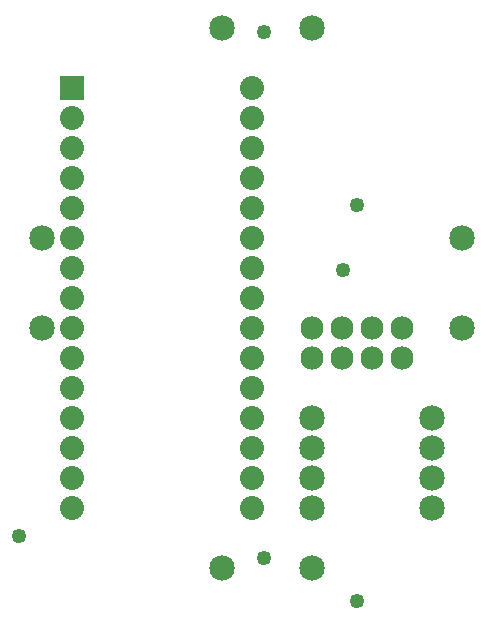
<source format=gbs>
G04 MADE WITH FRITZING*
G04 WWW.FRITZING.ORG*
G04 DOUBLE SIDED*
G04 HOLES PLATED*
G04 CONTOUR ON CENTER OF CONTOUR VECTOR*
%ASAXBY*%
%FSLAX23Y23*%
%MOIN*%
%OFA0B0*%
%SFA1.0B1.0*%
%ADD10C,0.080000*%
%ADD11C,0.077278*%
%ADD12C,0.085000*%
%ADD13C,0.049370*%
%ADD14R,0.079972X0.080000*%
%LNMASK0*%
G90*
G70*
G54D10*
X285Y1762D03*
X285Y1662D03*
X285Y1562D03*
X285Y1462D03*
X285Y1362D03*
X285Y1262D03*
X285Y1162D03*
X285Y1062D03*
X285Y962D03*
X285Y862D03*
X285Y762D03*
X285Y662D03*
X285Y562D03*
X285Y462D03*
X285Y362D03*
X885Y1762D03*
X885Y1662D03*
X885Y1562D03*
X885Y1462D03*
X885Y1362D03*
X885Y1262D03*
X885Y1162D03*
X885Y1062D03*
X885Y962D03*
X885Y862D03*
X885Y762D03*
X885Y662D03*
X885Y562D03*
X885Y462D03*
X885Y362D03*
G54D11*
X1085Y962D03*
X1185Y962D03*
X1285Y962D03*
X1385Y962D03*
X1085Y862D03*
X1185Y862D03*
X1285Y862D03*
X1385Y862D03*
G54D12*
X1585Y1262D03*
X1585Y962D03*
X785Y1962D03*
X1085Y1962D03*
X185Y1262D03*
X185Y962D03*
X785Y162D03*
X1085Y162D03*
X1085Y662D03*
X1485Y662D03*
X1085Y462D03*
X1485Y462D03*
X1085Y362D03*
X1485Y362D03*
X1085Y562D03*
X1485Y562D03*
G54D13*
X1236Y52D03*
X1188Y1156D03*
X924Y1948D03*
X1236Y1372D03*
X924Y196D03*
X108Y268D03*
G54D14*
X285Y1762D03*
G04 End of Mask0*
M02*
</source>
